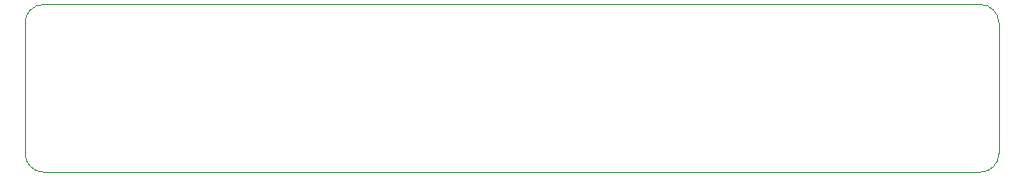
<source format=gbr>
%TF.GenerationSoftware,KiCad,Pcbnew,(6.0.0)*%
%TF.CreationDate,2022-04-04T18:39:18-04:00*%
%TF.ProjectId,SweetBusinessDaughtercard,53776565-7442-4757-9369-6e6573734461,rev?*%
%TF.SameCoordinates,Original*%
%TF.FileFunction,Profile,NP*%
%FSLAX46Y46*%
G04 Gerber Fmt 4.6, Leading zero omitted, Abs format (unit mm)*
G04 Created by KiCad (PCBNEW (6.0.0)) date 2022-04-04 18:39:18*
%MOMM*%
%LPD*%
G01*
G04 APERTURE LIST*
%TA.AperFunction,Profile*%
%ADD10C,0.100000*%
%TD*%
G04 APERTURE END LIST*
D10*
X169058100Y-60321200D02*
G75*
G03*
X167470700Y-58733800I-1587401J-1D01*
G01*
X86513300Y-60321200D02*
X86513300Y-71432999D01*
X88100700Y-58733800D02*
X167470700Y-58733800D01*
X169058100Y-60321200D02*
X169058100Y-71433000D01*
X167470700Y-73020400D02*
G75*
G03*
X169058100Y-71433000I-1J1587401D01*
G01*
X86513300Y-71432999D02*
G75*
G03*
X88100700Y-73020400I1587401J0D01*
G01*
X88100700Y-58733800D02*
G75*
G03*
X86513300Y-60321200I1J-1587401D01*
G01*
X88100700Y-73020400D02*
X167470700Y-73020400D01*
M02*

</source>
